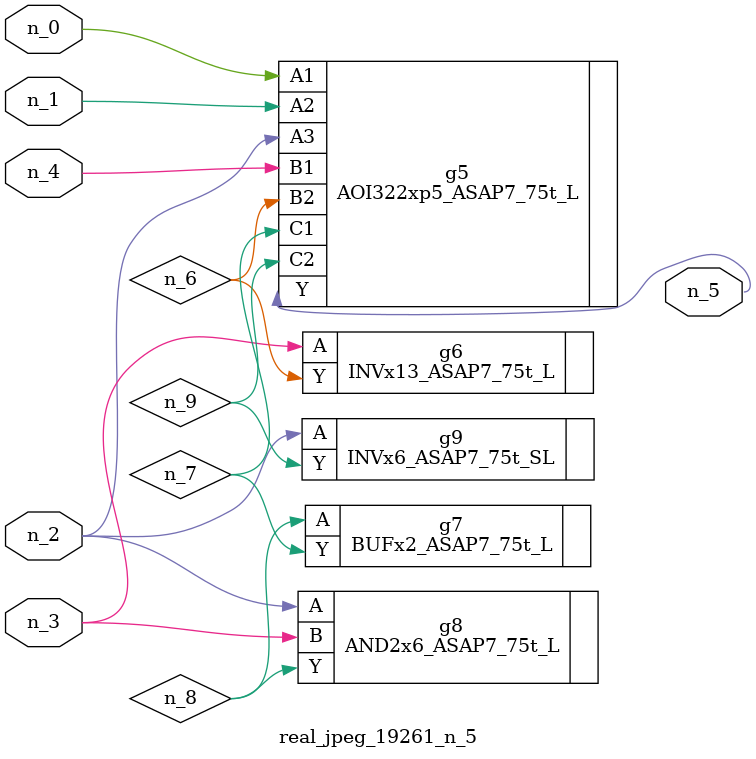
<source format=v>
module real_jpeg_19261_n_5 (n_4, n_0, n_1, n_2, n_3, n_5);

input n_4;
input n_0;
input n_1;
input n_2;
input n_3;

output n_5;

wire n_8;
wire n_6;
wire n_7;
wire n_9;

AOI322xp5_ASAP7_75t_L g5 ( 
.A1(n_0),
.A2(n_1),
.A3(n_2),
.B1(n_4),
.B2(n_6),
.C1(n_7),
.C2(n_9),
.Y(n_5)
);

AND2x6_ASAP7_75t_L g8 ( 
.A(n_2),
.B(n_3),
.Y(n_8)
);

INVx6_ASAP7_75t_SL g9 ( 
.A(n_2),
.Y(n_9)
);

INVx13_ASAP7_75t_L g6 ( 
.A(n_3),
.Y(n_6)
);

BUFx2_ASAP7_75t_L g7 ( 
.A(n_8),
.Y(n_7)
);


endmodule
</source>
